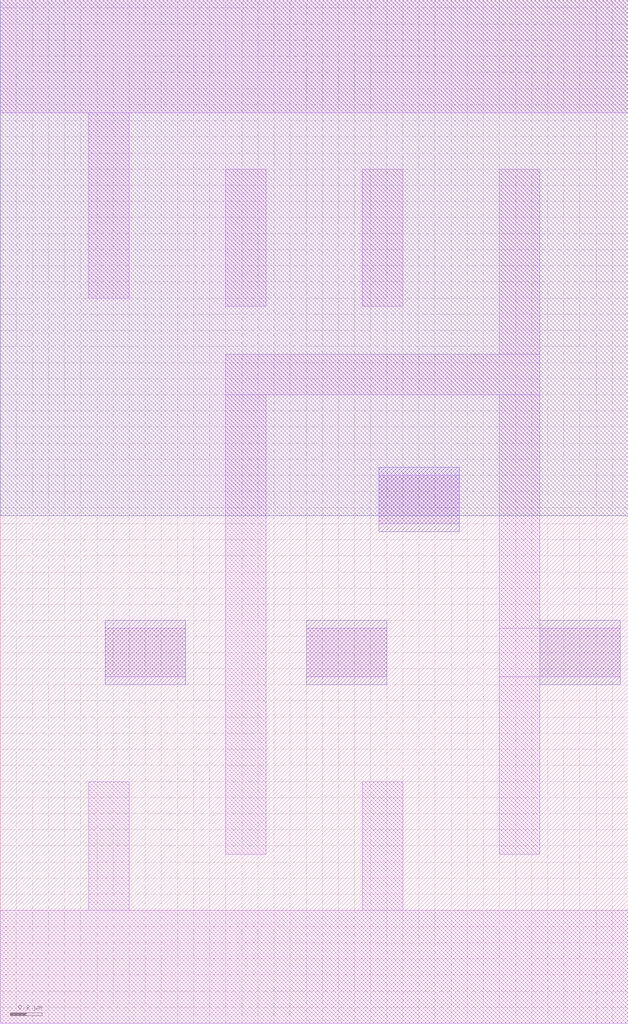
<source format=lef>
VERSION 5.7 ;
  NOWIREEXTENSIONATPIN ON ;
  DIVIDERCHAR "/" ;
  BUSBITCHARS "[]" ;
MACRO gf180mcu_osu_sc_gp9t3v3__nor3_1
  CLASS BLOCK ;
  FOREIGN gf180mcu_osu_sc_gp9t3v3__nor3_1 ;
  ORIGIN -5.700 0.000 ;
  SIZE 3.900 BY 6.350 ;
  OBS
      LAYER Nwell ;
        RECT 5.700 3.150 9.600 6.350 ;
      LAYER Metal1 ;
        RECT 5.700 5.650 9.600 6.350 ;
        RECT 6.250 4.500 6.500 5.650 ;
        RECT 7.100 4.450 7.350 5.300 ;
        RECT 7.950 4.450 8.200 5.300 ;
        RECT 8.800 4.150 9.050 5.300 ;
        RECT 7.100 3.900 9.050 4.150 ;
        RECT 6.350 2.150 6.850 2.450 ;
        RECT 6.250 0.700 6.500 1.500 ;
        RECT 7.100 1.050 7.350 3.900 ;
        RECT 8.050 3.100 8.550 3.400 ;
        RECT 8.800 2.450 9.050 3.900 ;
        RECT 7.600 2.150 8.100 2.450 ;
        RECT 8.800 2.150 9.550 2.450 ;
        RECT 7.950 0.700 8.200 1.500 ;
        RECT 8.800 1.050 9.050 2.150 ;
        RECT 5.700 0.000 9.600 0.700 ;
      LAYER Metal2 ;
        RECT 8.050 3.050 8.550 3.450 ;
        RECT 6.350 2.100 6.850 2.500 ;
        RECT 7.600 2.100 8.100 2.500 ;
        RECT 9.050 2.100 9.550 2.500 ;
  END
END gf180mcu_osu_sc_gp9t3v3__nor3_1
END LIBRARY


</source>
